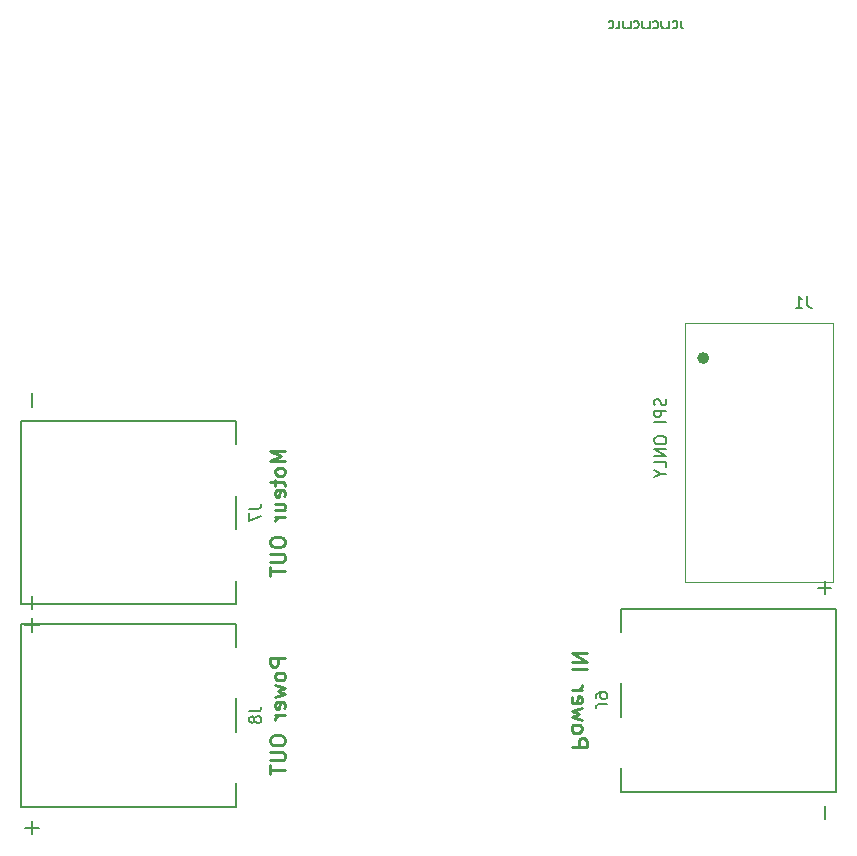
<source format=gbo>
G04 #@! TF.GenerationSoftware,KiCad,Pcbnew,(5.1.9)-1*
G04 #@! TF.CreationDate,2024-04-03T19:01:00-04:00*
G04 #@! TF.ProjectId,Shield Drive Moteur DC,53686965-6c64-4204-9472-697665204d6f,rev?*
G04 #@! TF.SameCoordinates,Original*
G04 #@! TF.FileFunction,Legend,Bot*
G04 #@! TF.FilePolarity,Positive*
%FSLAX46Y46*%
G04 Gerber Fmt 4.6, Leading zero omitted, Abs format (unit mm)*
G04 Created by KiCad (PCBNEW (5.1.9)-1) date 2024-04-03 19:01:00*
%MOMM*%
%LPD*%
G01*
G04 APERTURE LIST*
%ADD10C,0.150000*%
%ADD11C,0.254000*%
%ADD12C,0.127000*%
%ADD13C,0.508000*%
%ADD14C,0.120000*%
%ADD15C,0.203200*%
G04 APERTURE END LIST*
D10*
X208673095Y-62517261D02*
X208673095Y-62970833D01*
X208703333Y-63061547D01*
X208763809Y-63122023D01*
X208854523Y-63152261D01*
X208915000Y-63152261D01*
X208007857Y-63091785D02*
X208038095Y-63122023D01*
X208128809Y-63152261D01*
X208189285Y-63152261D01*
X208280000Y-63122023D01*
X208340476Y-63061547D01*
X208370714Y-63001071D01*
X208400952Y-62880119D01*
X208400952Y-62789404D01*
X208370714Y-62668452D01*
X208340476Y-62607976D01*
X208280000Y-62547500D01*
X208189285Y-62517261D01*
X208128809Y-62517261D01*
X208038095Y-62547500D01*
X208007857Y-62577738D01*
X207433333Y-63152261D02*
X207735714Y-63152261D01*
X207735714Y-62517261D01*
X207040238Y-62517261D02*
X207040238Y-62970833D01*
X207070476Y-63061547D01*
X207130952Y-63122023D01*
X207221666Y-63152261D01*
X207282142Y-63152261D01*
X206375000Y-63091785D02*
X206405238Y-63122023D01*
X206495952Y-63152261D01*
X206556428Y-63152261D01*
X206647142Y-63122023D01*
X206707619Y-63061547D01*
X206737857Y-63001071D01*
X206768095Y-62880119D01*
X206768095Y-62789404D01*
X206737857Y-62668452D01*
X206707619Y-62607976D01*
X206647142Y-62547500D01*
X206556428Y-62517261D01*
X206495952Y-62517261D01*
X206405238Y-62547500D01*
X206375000Y-62577738D01*
X205800476Y-63152261D02*
X206102857Y-63152261D01*
X206102857Y-62517261D01*
X205407380Y-62517261D02*
X205407380Y-62970833D01*
X205437619Y-63061547D01*
X205498095Y-63122023D01*
X205588809Y-63152261D01*
X205649285Y-63152261D01*
X204742142Y-63091785D02*
X204772380Y-63122023D01*
X204863095Y-63152261D01*
X204923571Y-63152261D01*
X205014285Y-63122023D01*
X205074761Y-63061547D01*
X205105000Y-63001071D01*
X205135238Y-62880119D01*
X205135238Y-62789404D01*
X205105000Y-62668452D01*
X205074761Y-62607976D01*
X205014285Y-62547500D01*
X204923571Y-62517261D01*
X204863095Y-62517261D01*
X204772380Y-62547500D01*
X204742142Y-62577738D01*
X204167619Y-63152261D02*
X204470000Y-63152261D01*
X204470000Y-62517261D01*
X203774523Y-62517261D02*
X203774523Y-62970833D01*
X203804761Y-63061547D01*
X203865238Y-63122023D01*
X203955952Y-63152261D01*
X204016428Y-63152261D01*
X203169761Y-63152261D02*
X203472142Y-63152261D01*
X203472142Y-62517261D01*
X202595238Y-63091785D02*
X202625476Y-63122023D01*
X202716190Y-63152261D01*
X202776666Y-63152261D01*
X202867380Y-63122023D01*
X202927857Y-63061547D01*
X202958095Y-63001071D01*
X202988333Y-62880119D01*
X202988333Y-62789404D01*
X202958095Y-62668452D01*
X202927857Y-62607976D01*
X202867380Y-62547500D01*
X202776666Y-62517261D01*
X202716190Y-62517261D01*
X202625476Y-62547500D01*
X202595238Y-62577738D01*
X207414761Y-94504285D02*
X207462380Y-94647142D01*
X207462380Y-94885238D01*
X207414761Y-94980476D01*
X207367142Y-95028095D01*
X207271904Y-95075714D01*
X207176666Y-95075714D01*
X207081428Y-95028095D01*
X207033809Y-94980476D01*
X206986190Y-94885238D01*
X206938571Y-94694761D01*
X206890952Y-94599523D01*
X206843333Y-94551904D01*
X206748095Y-94504285D01*
X206652857Y-94504285D01*
X206557619Y-94551904D01*
X206510000Y-94599523D01*
X206462380Y-94694761D01*
X206462380Y-94932857D01*
X206510000Y-95075714D01*
X207462380Y-95504285D02*
X206462380Y-95504285D01*
X206462380Y-95885238D01*
X206510000Y-95980476D01*
X206557619Y-96028095D01*
X206652857Y-96075714D01*
X206795714Y-96075714D01*
X206890952Y-96028095D01*
X206938571Y-95980476D01*
X206986190Y-95885238D01*
X206986190Y-95504285D01*
X207462380Y-96504285D02*
X206462380Y-96504285D01*
X206462380Y-97932857D02*
X206462380Y-98123333D01*
X206510000Y-98218571D01*
X206605238Y-98313809D01*
X206795714Y-98361428D01*
X207129047Y-98361428D01*
X207319523Y-98313809D01*
X207414761Y-98218571D01*
X207462380Y-98123333D01*
X207462380Y-97932857D01*
X207414761Y-97837619D01*
X207319523Y-97742380D01*
X207129047Y-97694761D01*
X206795714Y-97694761D01*
X206605238Y-97742380D01*
X206510000Y-97837619D01*
X206462380Y-97932857D01*
X207462380Y-98790000D02*
X206462380Y-98790000D01*
X207462380Y-99361428D01*
X206462380Y-99361428D01*
X207462380Y-100313809D02*
X207462380Y-99837619D01*
X206462380Y-99837619D01*
X206986190Y-100837619D02*
X207462380Y-100837619D01*
X206462380Y-100504285D02*
X206986190Y-100837619D01*
X206462380Y-101170952D01*
D11*
X175199523Y-98969285D02*
X173929523Y-98969285D01*
X174836666Y-99392619D01*
X173929523Y-99815952D01*
X175199523Y-99815952D01*
X175199523Y-100602142D02*
X175139047Y-100481190D01*
X175078571Y-100420714D01*
X174957619Y-100360238D01*
X174594761Y-100360238D01*
X174473809Y-100420714D01*
X174413333Y-100481190D01*
X174352857Y-100602142D01*
X174352857Y-100783571D01*
X174413333Y-100904523D01*
X174473809Y-100965000D01*
X174594761Y-101025476D01*
X174957619Y-101025476D01*
X175078571Y-100965000D01*
X175139047Y-100904523D01*
X175199523Y-100783571D01*
X175199523Y-100602142D01*
X174352857Y-101388333D02*
X174352857Y-101872142D01*
X173929523Y-101569761D02*
X175018095Y-101569761D01*
X175139047Y-101630238D01*
X175199523Y-101751190D01*
X175199523Y-101872142D01*
X175139047Y-102779285D02*
X175199523Y-102658333D01*
X175199523Y-102416428D01*
X175139047Y-102295476D01*
X175018095Y-102235000D01*
X174534285Y-102235000D01*
X174413333Y-102295476D01*
X174352857Y-102416428D01*
X174352857Y-102658333D01*
X174413333Y-102779285D01*
X174534285Y-102839761D01*
X174655238Y-102839761D01*
X174776190Y-102235000D01*
X174352857Y-103928333D02*
X175199523Y-103928333D01*
X174352857Y-103384047D02*
X175018095Y-103384047D01*
X175139047Y-103444523D01*
X175199523Y-103565476D01*
X175199523Y-103746904D01*
X175139047Y-103867857D01*
X175078571Y-103928333D01*
X175199523Y-104533095D02*
X174352857Y-104533095D01*
X174594761Y-104533095D02*
X174473809Y-104593571D01*
X174413333Y-104654047D01*
X174352857Y-104775000D01*
X174352857Y-104895952D01*
X173929523Y-106528809D02*
X173929523Y-106770714D01*
X173990000Y-106891666D01*
X174110952Y-107012619D01*
X174352857Y-107073095D01*
X174776190Y-107073095D01*
X175018095Y-107012619D01*
X175139047Y-106891666D01*
X175199523Y-106770714D01*
X175199523Y-106528809D01*
X175139047Y-106407857D01*
X175018095Y-106286904D01*
X174776190Y-106226428D01*
X174352857Y-106226428D01*
X174110952Y-106286904D01*
X173990000Y-106407857D01*
X173929523Y-106528809D01*
X173929523Y-107617380D02*
X174957619Y-107617380D01*
X175078571Y-107677857D01*
X175139047Y-107738333D01*
X175199523Y-107859285D01*
X175199523Y-108101190D01*
X175139047Y-108222142D01*
X175078571Y-108282619D01*
X174957619Y-108343095D01*
X173929523Y-108343095D01*
X173929523Y-108766428D02*
X173929523Y-109492142D01*
X175199523Y-109129285D02*
X173929523Y-109129285D01*
X175199523Y-116477142D02*
X173929523Y-116477142D01*
X173929523Y-116960952D01*
X173990000Y-117081904D01*
X174050476Y-117142380D01*
X174171428Y-117202857D01*
X174352857Y-117202857D01*
X174473809Y-117142380D01*
X174534285Y-117081904D01*
X174594761Y-116960952D01*
X174594761Y-116477142D01*
X175199523Y-117928571D02*
X175139047Y-117807619D01*
X175078571Y-117747142D01*
X174957619Y-117686666D01*
X174594761Y-117686666D01*
X174473809Y-117747142D01*
X174413333Y-117807619D01*
X174352857Y-117928571D01*
X174352857Y-118110000D01*
X174413333Y-118230952D01*
X174473809Y-118291428D01*
X174594761Y-118351904D01*
X174957619Y-118351904D01*
X175078571Y-118291428D01*
X175139047Y-118230952D01*
X175199523Y-118110000D01*
X175199523Y-117928571D01*
X174352857Y-118775238D02*
X175199523Y-119017142D01*
X174594761Y-119259047D01*
X175199523Y-119500952D01*
X174352857Y-119742857D01*
X175139047Y-120710476D02*
X175199523Y-120589523D01*
X175199523Y-120347619D01*
X175139047Y-120226666D01*
X175018095Y-120166190D01*
X174534285Y-120166190D01*
X174413333Y-120226666D01*
X174352857Y-120347619D01*
X174352857Y-120589523D01*
X174413333Y-120710476D01*
X174534285Y-120770952D01*
X174655238Y-120770952D01*
X174776190Y-120166190D01*
X175199523Y-121315238D02*
X174352857Y-121315238D01*
X174594761Y-121315238D02*
X174473809Y-121375714D01*
X174413333Y-121436190D01*
X174352857Y-121557142D01*
X174352857Y-121678095D01*
X173929523Y-123310952D02*
X173929523Y-123552857D01*
X173990000Y-123673809D01*
X174110952Y-123794761D01*
X174352857Y-123855238D01*
X174776190Y-123855238D01*
X175018095Y-123794761D01*
X175139047Y-123673809D01*
X175199523Y-123552857D01*
X175199523Y-123310952D01*
X175139047Y-123190000D01*
X175018095Y-123069047D01*
X174776190Y-123008571D01*
X174352857Y-123008571D01*
X174110952Y-123069047D01*
X173990000Y-123190000D01*
X173929523Y-123310952D01*
X173929523Y-124399523D02*
X174957619Y-124399523D01*
X175078571Y-124460000D01*
X175139047Y-124520476D01*
X175199523Y-124641428D01*
X175199523Y-124883333D01*
X175139047Y-125004285D01*
X175078571Y-125064761D01*
X174957619Y-125125238D01*
X173929523Y-125125238D01*
X173929523Y-125548571D02*
X173929523Y-126274285D01*
X175199523Y-125911428D02*
X173929523Y-125911428D01*
X199450476Y-123976190D02*
X200720476Y-123976190D01*
X200720476Y-123492380D01*
X200660000Y-123371428D01*
X200599523Y-123310952D01*
X200478571Y-123250476D01*
X200297142Y-123250476D01*
X200176190Y-123310952D01*
X200115714Y-123371428D01*
X200055238Y-123492380D01*
X200055238Y-123976190D01*
X199450476Y-122524761D02*
X199510952Y-122645714D01*
X199571428Y-122706190D01*
X199692380Y-122766666D01*
X200055238Y-122766666D01*
X200176190Y-122706190D01*
X200236666Y-122645714D01*
X200297142Y-122524761D01*
X200297142Y-122343333D01*
X200236666Y-122222380D01*
X200176190Y-122161904D01*
X200055238Y-122101428D01*
X199692380Y-122101428D01*
X199571428Y-122161904D01*
X199510952Y-122222380D01*
X199450476Y-122343333D01*
X199450476Y-122524761D01*
X200297142Y-121678095D02*
X199450476Y-121436190D01*
X200055238Y-121194285D01*
X199450476Y-120952380D01*
X200297142Y-120710476D01*
X199510952Y-119742857D02*
X199450476Y-119863809D01*
X199450476Y-120105714D01*
X199510952Y-120226666D01*
X199631904Y-120287142D01*
X200115714Y-120287142D01*
X200236666Y-120226666D01*
X200297142Y-120105714D01*
X200297142Y-119863809D01*
X200236666Y-119742857D01*
X200115714Y-119682380D01*
X199994761Y-119682380D01*
X199873809Y-120287142D01*
X199450476Y-119138095D02*
X200297142Y-119138095D01*
X200055238Y-119138095D02*
X200176190Y-119077619D01*
X200236666Y-119017142D01*
X200297142Y-118896190D01*
X200297142Y-118775238D01*
X199450476Y-117384285D02*
X200720476Y-117384285D01*
X199450476Y-116779523D02*
X200720476Y-116779523D01*
X199450476Y-116053809D01*
X200720476Y-116053809D01*
D12*
X203605000Y-127765000D02*
X203605000Y-125793000D01*
X203605000Y-112265000D02*
X203605000Y-114237000D01*
X203605000Y-121437000D02*
X203605000Y-118593000D01*
X221805000Y-127765000D02*
X203605000Y-127765000D01*
X203605000Y-112265000D02*
X221805000Y-112265000D01*
X221805000Y-112265000D02*
X221805000Y-127765000D01*
X171045000Y-113535000D02*
X171045000Y-115507000D01*
X171045000Y-129035000D02*
X171045000Y-127063000D01*
X171045000Y-119863000D02*
X171045000Y-122707000D01*
X152845000Y-113535000D02*
X171045000Y-113535000D01*
X171045000Y-129035000D02*
X152845000Y-129035000D01*
X152845000Y-129035000D02*
X152845000Y-113535000D01*
X171045000Y-96390000D02*
X171045000Y-98362000D01*
X171045000Y-111890000D02*
X171045000Y-109918000D01*
X171045000Y-102718000D02*
X171045000Y-105562000D01*
X152845000Y-96390000D02*
X171045000Y-96390000D01*
X171045000Y-111890000D02*
X152845000Y-111890000D01*
X152845000Y-111890000D02*
X152845000Y-96390000D01*
D13*
X210844000Y-91060000D02*
G75*
G03*
X210844000Y-91060000I-254000J0D01*
G01*
D14*
X209090000Y-88060000D02*
X209090000Y-110060000D01*
X221590000Y-88060000D02*
X209090000Y-88060000D01*
X221590000Y-110060000D02*
X221590000Y-88060000D01*
X209090000Y-110060000D02*
X221590000Y-110060000D01*
D10*
X202477860Y-120348480D02*
X201763259Y-120348480D01*
X201620339Y-120396120D01*
X201525059Y-120491400D01*
X201477419Y-120634320D01*
X201477419Y-120729600D01*
X201477419Y-119824439D02*
X201477419Y-119633879D01*
X201525059Y-119538599D01*
X201572699Y-119490959D01*
X201715619Y-119395679D01*
X201906179Y-119348039D01*
X202287300Y-119348039D01*
X202382580Y-119395679D01*
X202430220Y-119443319D01*
X202477860Y-119538599D01*
X202477860Y-119729159D01*
X202430220Y-119824439D01*
X202382580Y-119872079D01*
X202287300Y-119919719D01*
X202049100Y-119919719D01*
X201953820Y-119872079D01*
X201906179Y-119824439D01*
X201858539Y-119729159D01*
X201858539Y-119538599D01*
X201906179Y-119443319D01*
X201953820Y-119395679D01*
X202049100Y-119348039D01*
D15*
X220871142Y-130120571D02*
X220871142Y-128959428D01*
X220871142Y-111070571D02*
X220871142Y-109909428D01*
X220290571Y-110490000D02*
X221451714Y-110490000D01*
D10*
X172172139Y-120951519D02*
X172886740Y-120951519D01*
X173029660Y-120903879D01*
X173124940Y-120808599D01*
X173172580Y-120665679D01*
X173172580Y-120570399D01*
X172600899Y-121570840D02*
X172553259Y-121475560D01*
X172505619Y-121427920D01*
X172410339Y-121380280D01*
X172362699Y-121380280D01*
X172267419Y-121427920D01*
X172219779Y-121475560D01*
X172172139Y-121570840D01*
X172172139Y-121761400D01*
X172219779Y-121856680D01*
X172267419Y-121904320D01*
X172362699Y-121951960D01*
X172410339Y-121951960D01*
X172505619Y-121904320D01*
X172553259Y-121856680D01*
X172600899Y-121761400D01*
X172600899Y-121570840D01*
X172648539Y-121475560D01*
X172696179Y-121427920D01*
X172791460Y-121380280D01*
X172982020Y-121380280D01*
X173077300Y-121427920D01*
X173124940Y-121475560D01*
X173172580Y-121570840D01*
X173172580Y-121761400D01*
X173124940Y-121856680D01*
X173077300Y-121904320D01*
X172982020Y-121951960D01*
X172791460Y-121951960D01*
X172696179Y-121904320D01*
X172648539Y-121856680D01*
X172600899Y-121761400D01*
D15*
X153778857Y-111179428D02*
X153778857Y-112340571D01*
X153778857Y-130229428D02*
X153778857Y-131390571D01*
X154359428Y-130810000D02*
X153198285Y-130810000D01*
D10*
X172172139Y-103806519D02*
X172886740Y-103806519D01*
X173029660Y-103758879D01*
X173124940Y-103663599D01*
X173172580Y-103520679D01*
X173172580Y-103425399D01*
X172172139Y-104187640D02*
X172172139Y-104854600D01*
X173172580Y-104425840D01*
D15*
X153778857Y-94034428D02*
X153778857Y-95195571D01*
X153778857Y-113084428D02*
X153778857Y-114245571D01*
X154359428Y-113665000D02*
X153198285Y-113665000D01*
D10*
X219408333Y-85812380D02*
X219408333Y-86526666D01*
X219455952Y-86669523D01*
X219551190Y-86764761D01*
X219694047Y-86812380D01*
X219789285Y-86812380D01*
X218408333Y-86812380D02*
X218979761Y-86812380D01*
X218694047Y-86812380D02*
X218694047Y-85812380D01*
X218789285Y-85955238D01*
X218884523Y-86050476D01*
X218979761Y-86098095D01*
M02*

</source>
